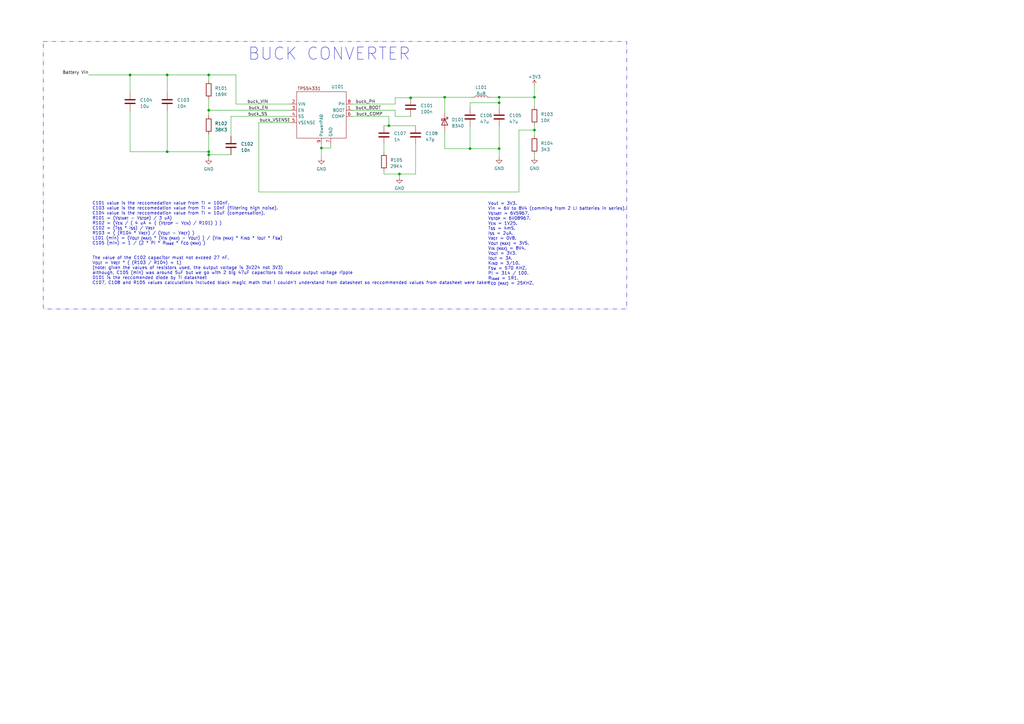
<source format=kicad_sch>
(kicad_sch (version 20230121) (generator eeschema)
  (paper "A3")
  (title_block (title "Power Sheet") (date "2024-07-26") (rev "1.0"))
  (lib_symbols
    (symbol "Device:C" (pin_numbers hide) (pin_names (offset 0.254))
      (property "Reference" "C" (at 0.635 2.54 0))
      (property "Value" "C" (at 0.635 -2.54 0))
      (symbol "C_0_1"
        (polyline (pts (xy -2.032 -0.762) (xy 2.032 -0.762)) (stroke (width 0.508)))
        (polyline (pts (xy -2.032 0.762) (xy 2.032 0.762)) (stroke (width 0.508)))
      )
      (symbol "C_1_1"
        (pin passive line (at 0 3.81 270) (length 2.794) (name "~") (number "1"))
        (pin passive line (at 0 -3.81 90) (length 2.794) (name "~") (number "2"))
      )
    )
    (symbol "Device:L" (pin_numbers hide) (pin_names (offset 1.016) hide)
      (property "Reference" "L" (at -1.27 0 90))
      (property "Value" "L" (at 1.905 0 90))
      (symbol "L_0_1"
        (arc (start 0 -2.54) (mid 0.6323 -1.905) (end 0 -1.27))
        (arc (start 0 -1.27) (mid 0.6323 -0.635) (end 0 0))
        (arc (start 0 0) (mid 0.6323 0.635) (end 0 1.27))
        (arc (start 0 1.27) (mid 0.6323 1.905) (end 0 2.54))
      )
      (symbol "L_1_1"
        (pin passive line (at 0 3.81 270) (length 1.27) (name "1") (number "1"))
        (pin passive line (at 0 -3.81 90) (length 1.27) (name "2") (number "2"))
      )
    )
    (symbol "Device:R" (pin_numbers hide) (pin_names (offset 0))
      (property "Reference" "R" (at 2.032 0 90))
      (property "Value" "R" (at 0 0 90))
      (symbol "R_0_1"
        (rectangle (start -1.016 -2.54) (end 1.016 2.54) (stroke (width 0.254)))
      )
      (symbol "R_1_1"
        (pin passive line (at 0 3.81 270) (length 1.27) (name "~") (number "1"))
        (pin passive line (at 0 -3.81 90) (length 1.27) (name "~") (number "2"))
      )
    )
    (symbol "Diode:B340" (pin_numbers hide) (pin_names (offset 1.016) hide)
      (property "Reference" "D" (at 0 2.54 0))
      (property "Value" "B340" (at 0 -2.54 0))
      (symbol "B340_0_1"
        (polyline (pts (xy 1.27 0) (xy -1.27 0)))
        (polyline (pts (xy 1.27 1.27) (xy 1.27 -1.27) (xy -1.27 0) (xy 1.27 1.27)) (stroke (width 0.254)))
        (polyline (pts (xy -1.905 0.635) (xy -1.905 1.27) (xy -1.27 1.27) (xy -1.27 -1.27) (xy -0.635 -1.27) (xy -0.635 -0.635)) (stroke (width 0.254)))
      )
      (symbol "B340_1_1"
        (pin passive line (at -3.81 0 0) (length 2.54) (name "K") (number "1"))
        (pin passive line (at 3.81 0 180) (length 2.54) (name "A") (number "2"))
      )
    )
    (symbol "PCM_4ms_Power-symbol:GND" (power) (pin_names (offset 0))
      (property "Value" "GND" (at 0 -3.81 0))
      (symbol "GND_0_1"
        (polyline (pts (xy 0 0) (xy 0 -1.27) (xy 1.27 -1.27) (xy 0 -2.54) (xy -1.27 -1.27) (xy 0 -1.27)))
      )
      (symbol "GND_1_1"
        (pin power_in line (at 0 0 270) (length 0) hide (name "GND") (number "1"))
      )
    )
    (symbol "SE-KiCadLib:TPS54331"
      (property "Reference" "U" (at 0 7.62 0))
      (symbol "TPS54331_0_1"
        (rectangle (start -10.16 10.16) (end 10.16 -8.89))
        (text "TPS54331" (at -5.08 11.43 0) (effects (font (size 1.27 1.27))))
      )
      (symbol "TPS54331_1_1"
        (pin output line (at 12.7 2.54 180) (length 2.54) (name "BOOT") (number "1"))
        (pin power_in line (at -12.7 5.08 0) (length 2.54) (name "VIN") (number "2"))
        (pin input line (at -12.7 2.54 0) (length 2.54) (name "EN") (number "3"))
        (pin input line (at -12.7 0 0) (length 2.54) (name "SS") (number "4"))
        (pin input line (at -12.7 -2.54 0) (length 2.54) (name "VSENSE") (number "5"))
        (pin output line (at 12.7 0 180) (length 2.54) (name "COMP") (number "6"))
        (pin power_in line (at 3.81 -11.43 90) (length 2.54) (name "GND") (number "7"))
        (pin power_out line (at 12.7 5.08 180) (length 2.54) (name "PH") (number "8"))
        (pin power_in line (at 0 -11.43 90) (length 2.54) (name "PowerPAD") (number "9"))
      )
    )
    (symbol "power:+3V3" (power) (pin_names (offset 0))
      (property "Value" "+3V3" (at 0 3.556 0))
      (symbol "+3V3_0_1"
        (polyline (pts (xy -0.762 1.27) (xy 0 2.54)))
        (polyline (pts (xy 0 0) (xy 0 2.54)))
        (polyline (pts (xy 0 2.54) (xy 0.762 1.27)))
      )
      (symbol "+3V3_1_1"
        (pin power_in line (at 0 0 90) (length 0) hide (name "+3V3") (number "1"))
      )
    )
  )
  (junction (at 85.598 30.734))
  (junction (at 204.724 39.878))
  (junction (at 219.202 39.878))
  (junction (at 53.34 30.734))
  (junction (at 68.58 30.734))
  (junction (at 131.826 60.706))
  (junction (at 85.598 45.212))
  (junction (at 85.598 63.5))
  (junction (at 85.598 62.23))
  (junction (at 168.402 40.132))
  (junction (at 182.372 39.878))
  (junction (at 163.83 71.374))
  (junction (at 219.202 53.34))
  (junction (at 68.58 62.23))
  (junction (at 204.724 60.96))
  (junction (at 204.724 42.164))
  (junction (at 192.786 60.96))
  (junction (at 159.512 51.562))
  (wire (pts (xy 204.724 39.878) (xy 204.724 42.164)))
  (wire (pts (xy 144.526 42.672) (xy 162.052 42.672)))
  (wire (pts (xy 68.58 62.23) (xy 85.598 62.23)))
  (wire (pts (xy 168.91 39.878) (xy 168.91 40.132)))
  (wire (pts (xy 162.052 42.672) (xy 162.052 40.132)))
  (wire (pts (xy 36.322 30.734) (xy 53.34 30.734)))
  (wire (pts (xy 219.202 63.246) (xy 219.202 64.516)))
  (wire (pts (xy 157.48 59.182) (xy 157.48 62.484)))
  (wire (pts (xy 162.052 47.752) (xy 168.402 47.752)))
  (wire (pts (xy 204.724 39.878) (xy 219.202 39.878)))
  (wire (pts (xy 106.172 50.292) (xy 119.126 50.292)))
  (wire (pts (xy 85.598 45.212) (xy 85.598 47.498)))
  (wire (pts (xy 170.434 71.374) (xy 163.83 71.374)))
  (wire (pts (xy 182.372 46.228) (xy 182.372 39.878)))
  (wire (pts (xy 168.91 39.878) (xy 182.372 39.878)))
  (wire (pts (xy 182.372 60.96) (xy 192.786 60.96)))
  (wire (pts (xy 219.202 51.308) (xy 219.202 53.34)))
  (wire (pts (xy 219.202 35.306) (xy 219.202 39.878)))
  (wire (pts (xy 85.598 63.5) (xy 85.598 64.77)))
  (wire (pts (xy 192.786 60.96) (xy 204.724 60.96)))
  (wire (pts (xy 85.598 30.734) (xy 96.774 30.734)))
  (wire (pts (xy 163.83 71.374) (xy 163.83 72.644)))
  (wire (pts (xy 212.852 53.34) (xy 219.202 53.34)))
  (wire (pts (xy 144.526 47.752) (xy 159.512 47.752)))
  (wire (pts (xy 212.852 78.74) (xy 212.852 53.34)))
  (wire (pts (xy 204.724 51.816) (xy 204.724 60.96)))
  (wire (pts (xy 162.052 40.132) (xy 168.402 40.132)))
  (wire (pts (xy 168.91 40.132) (xy 168.402 40.132)))
  (wire (pts (xy 162.052 45.212) (xy 162.052 47.752)))
  (wire (pts (xy 94.742 47.752) (xy 94.742 55.88)))
  (wire (pts (xy 85.598 45.212) (xy 85.598 40.64)))
  (wire (pts (xy 182.372 39.878) (xy 193.548 39.878)))
  (wire (pts (xy 204.724 60.96) (xy 204.724 64.516)))
  (wire (pts (xy 85.598 30.734) (xy 85.598 33.02)))
  (wire (pts (xy 94.742 47.752) (xy 119.126 47.752)))
  (wire (pts (xy 159.512 51.562) (xy 159.512 47.752)))
  (wire (pts (xy 144.526 45.212) (xy 162.052 45.212)))
  (wire (pts (xy 53.34 30.734) (xy 68.58 30.734)))
  (wire (pts (xy 157.48 51.562) (xy 159.512 51.562)))
  (wire (pts (xy 192.786 42.164) (xy 204.724 42.164)))
  (wire (pts (xy 192.786 51.816) (xy 192.786 60.96)))
  (wire (pts (xy 53.34 37.846) (xy 53.34 30.734)))
  (wire (pts (xy 159.512 51.562) (xy 170.434 51.562)))
  (wire (pts (xy 85.598 62.23) (xy 85.598 63.5)))
  (wire (pts (xy 135.636 59.182) (xy 135.636 60.706)))
  (wire (pts (xy 106.172 78.74) (xy 212.852 78.74)))
  (wire (pts (xy 68.58 30.734) (xy 68.58 37.846)))
  (wire (pts (xy 201.168 39.878) (xy 204.724 39.878)))
  (wire (pts (xy 68.58 30.734) (xy 85.598 30.734)))
  (wire (pts (xy 131.826 59.182) (xy 131.826 60.706)))
  (wire (pts (xy 204.724 42.164) (xy 204.724 44.196)))
  (wire (pts (xy 163.83 71.374) (xy 157.48 71.374)))
  (wire (pts (xy 157.48 71.374) (xy 157.48 70.104)))
  (wire (pts (xy 85.598 45.212) (xy 119.126 45.212)))
  (wire (pts (xy 135.636 60.706) (xy 131.826 60.706)))
  (wire (pts (xy 53.34 62.23) (xy 68.58 62.23)))
  (wire (pts (xy 106.172 50.292) (xy 106.172 78.74)))
  (wire (pts (xy 170.434 59.182) (xy 170.434 71.374)))
  (wire (pts (xy 96.774 42.672) (xy 119.126 42.672)))
  (wire (pts (xy 219.202 53.34) (xy 219.202 55.626)))
  (wire (pts (xy 68.58 45.466) (xy 68.58 62.23)))
  (wire (pts (xy 53.34 45.466) (xy 53.34 62.23)))
  (wire (pts (xy 131.826 60.706) (xy 131.826 64.77)))
  (wire (pts (xy 96.774 42.672) (xy 96.774 30.734)))
  (wire (pts (xy 85.598 55.118) (xy 85.598 62.23)))
  (wire (pts (xy 219.202 39.878) (xy 219.202 43.688)))
  (wire (pts (xy 85.598 63.5) (xy 94.742 63.5)))
  (wire (pts (xy 192.786 44.196) (xy 192.786 42.164)))
  (wire (pts (xy 182.372 53.848) (xy 182.372 60.96)))
  (rectangle (start 17.78 17.018) (end 257.048 126.746) (stroke (width 0) (type dash_dot_dot)))
  (text "BUCK CONVERTER" (at 101.6 25.146 0) (effects (font (size 5 5)) (justify left bottom)))
  (text "C101 value is the reccomedation value from TI = 100nF.\nC103 value is the reccomedation value from TI = 10nF (filtering high noise).\nC104 value is the reccomedation value from TI = 10uF (compensation).\nR101 = (V_{START} - V_{STOP}) / 3 uA)\nR102 = (V_{EN} / ( 4 uA + ( (V_{STOP} - V_{EN}) / R101) ) )\nC102 = (T_{SS} * I_{SS}) / V_{REF}\nR103 = ( (R104 * V_{REF}) / (V_{OUT} - V_{REF}) )\nL101 (min) = (V_{OUT (MAX)} * (V_{IN (MAX)} - V_{OUT}) ) / (V_{IN (MAX)} * K_{IND} * I_{OUT} * F_{SW})\nC105 (min) = 1 / (2 * PI * R_{load} * F_{CO (MAX)} )\n\n" (at 37.846 102.616 0) (effects (font (size 1.27 1.27)) (justify left bottom)))
  (text "Vout = 3V3.\nVin = 6V to 8V4 (comming from 2 LI batteries in series).\nV_{START} = 6V5967.\nV_{STOP} = 6V08967.\nV_{EN} = 1V25.\nT_{SS} = 4mS.\nI_{SS} = 2uA.\nV_{REF} = 0V8.\nV_{OUT (MAX)} = 3V5.\nV_{IN (MAX)} = 8V4.\nV_{OUT} = 3V3.\nI_{OUT} = 3A.\nK_{IND} = 3/10.\nF_{SW} = 570 KHZ.\nPI = 314 / 100.\nR_{load} = 1R1.\nF_{CO (MAX)} = 25KHZ.\n\n\n\n\n" (at 200.152 125.222 0) (effects (font (size 1.27 1.27)) (justify left bottom)))
  (text "The value of the C102 capacitor must not exceed 27 nF.\nV_{OUT} = V_{REF} * ( (R103 / R104) + 1) \n(note: given the values of resistors used, the output voltage is 3V224 not 3V3)\nalthough, C105 (min) was around 5uF but we go with 2 big 47uF capacitors to reduce output voltage ripple\nD101 is the reccomended diode by TI datasheet\nC107, C108 and R105 values calculations included black magic math that i couldn't understand from datasheet so reccommended values from datasheet were taken" (at 37.846 116.84 0) (effects (font (size 1.27 1.27)) (justify left bottom)))
  (label "buck_COMP" (at 146.05 47.752 0))
  (label "buck_BOOT" (at 145.796 45.212 0))
  (label "buck_EN" (at 109.982 45.212 180))
  (label "buck_VSENSE" (at 119.126 50.292 180))
  (label "Battery Vin" (at 36.322 30.734 180))
  (label "buck_SS" (at 109.728 47.752 180))
  (label "buck_VIN" (at 109.982 42.672 180))
  (label "buck_PH" (at 145.796 42.672 0))
  (symbol (lib_id "Device:R") (at 157.48 66.294 0) (unit 1)
    (property "Reference" "R105" (at 160.02 65.659 0) (effects (justify left)))
    (property "Value" "29K4" (at 160.02 68.199 0) (effects (justify left)))
    (property "Footprint" "Resistor_SMD:R_0402_1005Metric_Pad0.72x0.64mm_HandSolder" (effects hide))
  )
  (symbol (lib_id "Device:C") (at 53.34 41.656 0) (unit 1)
    (property "Reference" "C104" (at 57.404 41.021 0) (effects (justify left)))
    (property "Value" "10u" (at 57.404 43.561 0) (effects (justify left)))
    (property "Footprint" "Capacitor_SMD:C_0805_2012Metric_Pad1.18x1.45mm_HandSolder" (effects hide))
  )
  (symbol (lib_id "Device:R") (at 219.202 59.436 0) (unit 1)
    (property "Reference" "R104" (at 221.742 58.801 0) (effects (justify left)))
    (property "Value" "3K3" (at 221.742 61.341 0) (effects (justify left)))
    (property "Footprint" "Resistor_SMD:R_0402_1005Metric_Pad0.72x0.64mm_HandSolder" (effects hide))
  )
  (symbol (lib_id "Device:R") (at 219.202 47.498 0) (unit 1)
    (property "Reference" "R103" (at 221.742 46.863 0) (effects (justify left)))
    (property "Value" "10K" (at 221.742 49.403 0) (effects (justify left)))
    (property "Footprint" "Resistor_SMD:R_0402_1005Metric_Pad0.72x0.64mm_HandSolder" (effects hide))
  )
  (symbol (lib_id "Device:C") (at 192.786 48.006 0) (unit 1)
    (property "Reference" "C106" (at 196.85 47.371 0) (effects (justify left)))
    (property "Value" "47u" (at 196.85 49.911 0) (effects (justify left)))
    (property "Footprint" "Capacitor_SMD:C_0603_1608Metric_Pad1.08x0.95mm_HandSolder" (effects hide))
  )
  (symbol (lib_id "Device:C") (at 204.724 48.006 0) (unit 1)
    (property "Reference" "C105" (at 208.788 47.371 0) (effects (justify left)))
    (property "Value" "47u" (at 208.788 49.911 0) (effects (justify left)))
    (property "Footprint" "Capacitor_SMD:C_0603_1608Metric_Pad1.08x0.95mm_HandSolder" (effects hide))
  )
  (symbol (lib_id "PCM_4ms_Power-symbol:GND") (at 204.724 64.516 0) (unit 1)
    (property "Reference" "#PWR05" (effects hide))
    (property "Value" "GND" (at 204.724 69.088 0))
  )
  (symbol (lib_id "PCM_4ms_Power-symbol:GND") (at 163.83 72.644 0) (unit 1)
    (property "Reference" "#PWR06" (effects hide))
    (property "Value" "GND" (at 163.83 77.216 0))
  )
  (symbol (lib_id "PCM_4ms_Power-symbol:GND") (at 219.202 64.516 0) (unit 1)
    (property "Reference" "#PWR04" (effects hide))
    (property "Value" "GND" (at 219.202 69.088 0))
  )
  (symbol (lib_id "Device:C") (at 168.402 43.942 0) (unit 1)
    (property "Reference" "C101" (at 172.466 43.307 0) (effects (justify left)))
    (property "Value" "100n" (at 172.466 45.847 0) (effects (justify left)))
    (property "Footprint" "Capacitor_SMD:C_0402_1005Metric_Pad0.74x0.62mm_HandSolder" (effects hide))
  )
  (symbol (lib_id "Device:R") (at 85.598 36.83 0) (unit 1)
    (property "Reference" "R101" (at 88.138 36.195 0) (effects (justify left)))
    (property "Value" "169K" (at 88.138 38.735 0) (effects (justify left)))
    (property "Footprint" "Resistor_SMD:R_0402_1005Metric_Pad0.72x0.64mm_HandSolder" (effects hide))
  )
  (symbol (lib_id "Device:C") (at 157.48 55.372 0) (unit 1)
    (property "Reference" "C107" (at 161.544 54.737 0) (effects (justify left)))
    (property "Value" "1n" (at 161.544 57.277 0) (effects (justify left)))
    (property "Footprint" "Capacitor_SMD:C_0402_1005Metric_Pad0.74x0.62mm_HandSolder" (effects hide))
  )
  (symbol (lib_id "PCM_4ms_Power-symbol:GND") (at 85.598 64.77 0) (unit 1)
    (property "Reference" "#PWR02" (effects hide))
    (property "Value" "GND" (at 85.598 69.342 0))
  )
  (symbol (lib_id "Device:L") (at 197.358 39.878 90) (unit 1)
    (property "Reference" "L101" (at 197.358 35.814 90))
    (property "Value" "6u8" (at 197.358 38.354 90))
    (property "Footprint" "Inductor_SMD:L_Abracon_ASPI-0630LR" (effects hide))
  )
  (symbol (lib_id "PCM_4ms_Power-symbol:GND") (at 131.826 64.77 0) (unit 1)
    (property "Reference" "#PWR01" (effects hide))
    (property "Value" "GND" (at 131.826 69.342 0))
  )
  (symbol (lib_id "SE-KiCadLib:TPS54331") (at 131.826 47.752 0) (unit 1)
    (property "Reference" "U101" (at 138.43 35.56 0))
    (property "Value" "~" (at 131.826 47.752 0))
    (property "Footprint" "SE-KicadLibs:TPS54331" (effects hide))
  )
  (symbol (lib_id "Device:C") (at 94.742 59.69 0) (unit 1)
    (property "Reference" "C102" (at 98.806 59.055 0) (effects (justify left)))
    (property "Value" "10n" (at 98.806 61.595 0) (effects (justify left)))
    (property "Footprint" "Capacitor_SMD:C_0402_1005Metric_Pad0.74x0.62mm_HandSolder" (effects hide))
  )
  (symbol (lib_id "Diode:B340") (at 182.372 50.038 270) (unit 1)
    (property "Reference" "D101" (at 185.166 49.0855 90) (effects (justify left)))
    (property "Value" "B340" (at 185.166 51.6255 90) (effects (justify left)))
    (property "Footprint" "Diode_SMD:D_SMA_Handsoldering" (effects hide))
    (property "Datasheet" "http://www.jameco.com/Jameco/Products/ProdDS/1538777.pdf" (effects hide))
  )
  (symbol (lib_id "Device:R") (at 85.598 51.308 0) (unit 1)
    (property "Reference" "R102" (at 88.138 50.673 0) (effects (justify left)))
    (property "Value" "38K3" (at 88.138 53.213 0) (effects (justify left)))
    (property "Footprint" "Resistor_SMD:R_0402_1005Metric_Pad0.72x0.64mm_HandSolder" (effects hide))
  )
  (symbol (lib_id "power:+3V3") (at 219.202 35.306 0) (unit 1)
    (property "Reference" "#PWR03" (effects hide))
    (property "Value" "+3V3" (at 219.202 31.496 0))
  )
  (symbol (lib_id "Device:C") (at 170.434 55.372 0) (unit 1)
    (property "Reference" "C108" (at 174.498 54.737 0) (effects (justify left)))
    (property "Value" "47p" (at 174.498 57.277 0) (effects (justify left)))
    (property "Footprint" "Capacitor_SMD:C_0402_1005Metric_Pad0.74x0.62mm_HandSolder" (effects hide))
  )
  (symbol (lib_id "Device:C") (at 68.58 41.656 0) (unit 1)
    (property "Reference" "C103" (at 72.644 41.021 0) (effects (justify left)))
    (property "Value" "10n" (at 72.644 43.561 0) (effects (justify left)))
    (property "Footprint" "Capacitor_SMD:C_0402_1005Metric_Pad0.74x0.62mm_HandSolder" (effects hide))
  )
)
</source>
